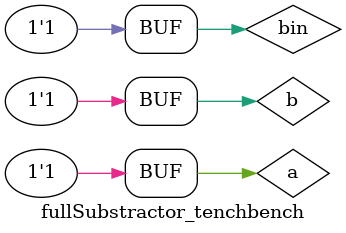
<source format=sv>
`timescale 1ns / 1ps


module fullSubstractor_tenchbench();
  logic a, b, bin;
  logic diff, bout;

 // instantiate device under test
 fullSubstractor dut(a, b, bin, diff, bout); 

 // apply inputs one at a time
 initial begin
 a = 0; b = 0; bin = 0; #10;
 bin = 1; #10;
 b = 1; bin = 0; #10;
 bin = 1; #10;
 a = 1; b = 0; bin = 0; #10;
 bin = 1; #10;
 b = 1; bin = 0; #10;
 bin = 1; #10;
 end
endmodule

</source>
